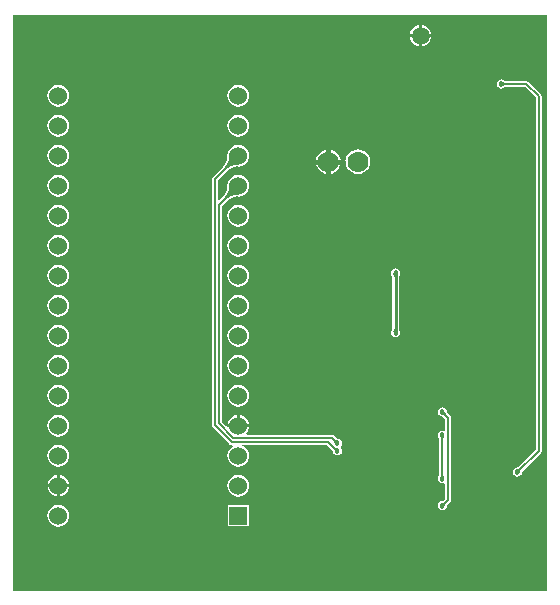
<source format=gbl>
%FSLAX25Y25*%
%MOIN*%
G70*
G01*
G75*
G04 Layer_Physical_Order=2*
G04 Layer_Color=16711680*
%ADD10C,0.00800*%
%ADD11C,0.01000*%
%ADD12R,0.05906X0.01181*%
%ADD13R,0.11811X0.15748*%
%ADD14R,0.02756X0.04921*%
%ADD15R,0.04567X0.05787*%
%ADD16R,0.03858X0.03661*%
%ADD17R,0.03661X0.03858*%
%ADD18R,0.11811X0.05906*%
%ADD19R,0.11811X0.08268*%
%ADD20R,0.06299X0.00787*%
%ADD21C,0.01600*%
%ADD22C,0.06000*%
%ADD23C,0.04000*%
%ADD24C,0.02400*%
%ADD25C,0.01200*%
%ADD26R,0.13106X0.17374*%
%ADD27C,0.05906*%
%ADD28C,0.06000*%
%ADD29R,0.06000X0.06000*%
%ADD30C,0.07000*%
%ADD31C,0.01800*%
G36*
X278987Y111013D02*
X101013D01*
Y302987D01*
X278987D01*
Y111013D01*
D02*
G37*
%LPC*%
G36*
X176000Y179631D02*
X175060Y179507D01*
X174185Y179145D01*
X173432Y178568D01*
X172855Y177815D01*
X172493Y176940D01*
X172369Y176000D01*
X172493Y175060D01*
X172855Y174185D01*
X173432Y173432D01*
X174185Y172855D01*
X175060Y172493D01*
X176000Y172369D01*
X176940Y172493D01*
X177815Y172855D01*
X178568Y173432D01*
X179145Y174185D01*
X179507Y175060D01*
X179631Y176000D01*
X179507Y176940D01*
X179145Y177815D01*
X178568Y178568D01*
X177815Y179145D01*
X176940Y179507D01*
X176000Y179631D01*
D02*
G37*
G36*
X116000Y189631D02*
X115060Y189507D01*
X114184Y189145D01*
X113432Y188568D01*
X112855Y187815D01*
X112493Y186940D01*
X112369Y186000D01*
X112493Y185060D01*
X112855Y184185D01*
X113432Y183432D01*
X114184Y182855D01*
X115060Y182493D01*
X116000Y182369D01*
X116940Y182493D01*
X117815Y182855D01*
X118568Y183432D01*
X119145Y184185D01*
X119507Y185060D01*
X119631Y186000D01*
X119507Y186940D01*
X119145Y187815D01*
X118568Y188568D01*
X117815Y189145D01*
X116940Y189507D01*
X116000Y189631D01*
D02*
G37*
G36*
Y179631D02*
X115060Y179507D01*
X114184Y179145D01*
X113432Y178568D01*
X112855Y177815D01*
X112493Y176940D01*
X112369Y176000D01*
X112493Y175060D01*
X112855Y174185D01*
X113432Y173432D01*
X114184Y172855D01*
X115060Y172493D01*
X116000Y172369D01*
X116940Y172493D01*
X117815Y172855D01*
X118568Y173432D01*
X119145Y174185D01*
X119507Y175060D01*
X119631Y176000D01*
X119507Y176940D01*
X119145Y177815D01*
X118568Y178568D01*
X117815Y179145D01*
X116940Y179507D01*
X116000Y179631D01*
D02*
G37*
G36*
X176500Y169565D02*
Y166500D01*
X179565D01*
X179507Y166940D01*
X179145Y167815D01*
X178568Y168568D01*
X177815Y169145D01*
X176940Y169507D01*
X176500Y169565D01*
D02*
G37*
G36*
X244000Y172129D02*
X243415Y172013D01*
X242919Y171681D01*
X242587Y171185D01*
X242471Y170600D01*
X242587Y170015D01*
X242919Y169519D01*
X243415Y169187D01*
X244000Y169071D01*
Y169066D01*
Y169063D01*
D01*
D01*
D01*
X244110Y169017D01*
X244115Y169010D01*
X244115Y169010D01*
D01*
D01*
D01*
X244115Y169010D01*
D01*
D01*
D01*
D01*
D01*
D01*
D01*
D01*
D01*
X244116Y169009D01*
X244117Y169010D01*
X244148Y169010D01*
X244880Y168278D01*
Y164548D01*
X244494Y164231D01*
X244000Y164329D01*
X243415Y164213D01*
X242919Y163881D01*
X242587Y163385D01*
X242471Y162800D01*
X242587Y162215D01*
X242919Y161719D01*
X242913Y161713D01*
X242935Y161653D01*
X242957Y161593D01*
X242957D01*
X242957Y161593D01*
X242957D01*
Y161593D01*
X242957D01*
X242957D01*
D01*
X242980Y161593D01*
Y149507D01*
X242957D01*
X242959Y149497D01*
X242913Y149387D01*
X242919Y149381D01*
X242587Y148885D01*
X242471Y148300D01*
X242587Y147715D01*
X242919Y147219D01*
X243415Y146887D01*
X244000Y146771D01*
X244494Y146869D01*
X244880Y146552D01*
Y141622D01*
X244149Y140891D01*
X244116Y140891D01*
Y140891D01*
X244058Y140864D01*
X244000Y140837D01*
Y140829D01*
X243415Y140713D01*
X242919Y140381D01*
X242587Y139885D01*
X242471Y139300D01*
X242587Y138715D01*
X242919Y138219D01*
X243415Y137887D01*
X244000Y137771D01*
X244585Y137887D01*
X245081Y138219D01*
X245413Y138715D01*
X245529Y139300D01*
X245537D01*
X245591Y139416D01*
X245591Y139416D01*
Y139416D01*
Y139416D01*
Y139416D01*
X245591Y139416D01*
Y139416D01*
X245591Y139416D01*
D01*
X245574Y139433D01*
X245574Y139433D01*
X246621Y140479D01*
X246842Y140810D01*
X246920Y141200D01*
Y168700D01*
X246842Y169090D01*
X246621Y169421D01*
X246621Y169421D01*
X246621D01*
D01*
X246621Y169421D01*
Y169421D01*
X245574Y170467D01*
X245574Y170467D01*
X245591Y170484D01*
D01*
X245591D01*
Y170484D01*
X245591D01*
D01*
X245591D01*
X245591Y170484D01*
D01*
X245564Y170542D01*
X245537Y170600D01*
X245529D01*
X245413Y171185D01*
X245081Y171681D01*
X244585Y172013D01*
X244000Y172129D01*
D02*
G37*
G36*
X116000Y209631D02*
X115060Y209507D01*
X114184Y209145D01*
X113432Y208568D01*
X112855Y207816D01*
X112493Y206940D01*
X112369Y206000D01*
X112493Y205060D01*
X112855Y204185D01*
X113432Y203432D01*
X114184Y202855D01*
X115060Y202493D01*
X116000Y202369D01*
X116940Y202493D01*
X117815Y202855D01*
X118568Y203432D01*
X119145Y204185D01*
X119507Y205060D01*
X119631Y206000D01*
X119507Y206940D01*
X119145Y207816D01*
X118568Y208568D01*
X117815Y209145D01*
X116940Y209507D01*
X116000Y209631D01*
D02*
G37*
G36*
X176000D02*
X175060Y209507D01*
X174185Y209145D01*
X173432Y208568D01*
X172855Y207816D01*
X172493Y206940D01*
X172369Y206000D01*
X172493Y205060D01*
X172855Y204185D01*
X173432Y203432D01*
X174185Y202855D01*
X175060Y202493D01*
X176000Y202369D01*
X176940Y202493D01*
X177815Y202855D01*
X178568Y203432D01*
X179145Y204185D01*
X179507Y205060D01*
X179631Y206000D01*
X179507Y206940D01*
X179145Y207816D01*
X178568Y208568D01*
X177815Y209145D01*
X176940Y209507D01*
X176000Y209631D01*
D02*
G37*
G36*
Y199631D02*
X175060Y199507D01*
X174185Y199145D01*
X173432Y198568D01*
X172855Y197816D01*
X172493Y196940D01*
X172369Y196000D01*
X172493Y195060D01*
X172855Y194185D01*
X173432Y193432D01*
X174185Y192855D01*
X175060Y192493D01*
X176000Y192369D01*
X176940Y192493D01*
X177815Y192855D01*
X178568Y193432D01*
X179145Y194185D01*
X179507Y195060D01*
X179631Y196000D01*
X179507Y196940D01*
X179145Y197816D01*
X178568Y198568D01*
X177815Y199145D01*
X176940Y199507D01*
X176000Y199631D01*
D02*
G37*
G36*
Y189631D02*
X175060Y189507D01*
X174185Y189145D01*
X173432Y188568D01*
X172855Y187815D01*
X172493Y186940D01*
X172369Y186000D01*
X172493Y185060D01*
X172855Y184185D01*
X173432Y183432D01*
X174185Y182855D01*
X175060Y182493D01*
X176000Y182369D01*
X176940Y182493D01*
X177815Y182855D01*
X178568Y183432D01*
X179145Y184185D01*
X179507Y185060D01*
X179631Y186000D01*
X179507Y186940D01*
X179145Y187815D01*
X178568Y188568D01*
X177815Y189145D01*
X176940Y189507D01*
X176000Y189631D01*
D02*
G37*
G36*
X116000Y199631D02*
X115060Y199507D01*
X114184Y199145D01*
X113432Y198568D01*
X112855Y197816D01*
X112493Y196940D01*
X112369Y196000D01*
X112493Y195060D01*
X112855Y194185D01*
X113432Y193432D01*
X114184Y192855D01*
X115060Y192493D01*
X116000Y192369D01*
X116940Y192493D01*
X117815Y192855D01*
X118568Y193432D01*
X119145Y194185D01*
X119507Y195060D01*
X119631Y196000D01*
X119507Y196940D01*
X119145Y197816D01*
X118568Y198568D01*
X117815Y199145D01*
X116940Y199507D01*
X116000Y199631D01*
D02*
G37*
G36*
X175500Y169565D02*
X175060Y169507D01*
X174185Y169145D01*
X173432Y168568D01*
X172855Y167815D01*
X172493Y166940D01*
X172435Y166500D01*
X175500D01*
Y169565D01*
D02*
G37*
G36*
X115500Y145500D02*
X112435D01*
X112493Y145060D01*
X112855Y144185D01*
X113432Y143432D01*
X114184Y142855D01*
X115060Y142493D01*
X115500Y142435D01*
Y145500D01*
D02*
G37*
G36*
X119565D02*
X116500D01*
Y142435D01*
X116940Y142493D01*
X117815Y142855D01*
X118568Y143432D01*
X119145Y144185D01*
X119507Y145060D01*
X119565Y145500D01*
D02*
G37*
G36*
X176000Y149631D02*
X175060Y149507D01*
X174185Y149145D01*
X173432Y148568D01*
X172855Y147816D01*
X172493Y146940D01*
X172369Y146000D01*
X172493Y145060D01*
X172855Y144185D01*
X173432Y143432D01*
X174185Y142855D01*
X175060Y142493D01*
X176000Y142369D01*
X176940Y142493D01*
X177815Y142855D01*
X178568Y143432D01*
X179145Y144185D01*
X179507Y145060D01*
X179631Y146000D01*
X179507Y146940D01*
X179145Y147816D01*
X178568Y148568D01*
X177815Y149145D01*
X176940Y149507D01*
X176000Y149631D01*
D02*
G37*
G36*
X116000Y139631D02*
X115060Y139507D01*
X114184Y139145D01*
X113432Y138568D01*
X112855Y137815D01*
X112493Y136940D01*
X112369Y136000D01*
X112493Y135060D01*
X112855Y134185D01*
X113432Y133432D01*
X114184Y132855D01*
X115060Y132493D01*
X116000Y132369D01*
X116940Y132493D01*
X117815Y132855D01*
X118568Y133432D01*
X119145Y134185D01*
X119507Y135060D01*
X119631Y136000D01*
X119507Y136940D01*
X119145Y137815D01*
X118568Y138568D01*
X117815Y139145D01*
X116940Y139507D01*
X116000Y139631D01*
D02*
G37*
G36*
X179600Y139600D02*
X172400D01*
Y132400D01*
X179600D01*
Y139600D01*
D02*
G37*
G36*
X263700Y281429D02*
X263115Y281313D01*
X262619Y280981D01*
X262287Y280485D01*
X262171Y279900D01*
X262287Y279315D01*
X262619Y278819D01*
X263115Y278487D01*
X263700Y278371D01*
X264285Y278487D01*
X264781Y278819D01*
Y278818D01*
X264781Y278819D01*
X264787Y278813D01*
X264907Y278857D01*
Y278857D01*
X264907Y278857D01*
Y278857D01*
X264907Y278857D01*
X264907D01*
X264907Y278857D01*
X264907Y278857D01*
Y278857D01*
Y278857D01*
X264907Y278857D01*
Y278880D01*
X271578D01*
X275080Y275378D01*
Y158022D01*
X269149Y152091D01*
X269116Y152091D01*
Y152091D01*
X269058Y152064D01*
X269000Y152037D01*
Y152029D01*
X268415Y151913D01*
X267919Y151581D01*
X267587Y151085D01*
X267471Y150500D01*
X267587Y149915D01*
X267919Y149419D01*
X268415Y149087D01*
X269000Y148971D01*
X269585Y149087D01*
X270081Y149419D01*
X270413Y149915D01*
X270529Y150500D01*
X270537D01*
X270591Y150616D01*
X270591Y150616D01*
Y150616D01*
Y150616D01*
Y150616D01*
X270591Y150616D01*
Y150616D01*
X270591Y150616D01*
D01*
X270574Y150633D01*
X270574Y150633D01*
X276821Y156879D01*
X277042Y157210D01*
X277120Y157600D01*
D01*
D01*
D01*
D01*
D01*
X277120D01*
D01*
D01*
D01*
D01*
Y157600D01*
X277120D01*
D01*
Y157600D01*
D01*
D01*
D01*
D01*
D01*
D01*
D01*
D01*
D01*
D01*
D01*
D01*
Y157600D01*
D01*
X277120D01*
D01*
D01*
D01*
D01*
X277120Y157600D01*
Y275800D01*
X277042Y276190D01*
X276821Y276521D01*
X276821Y276521D01*
X276821D01*
D01*
X276821Y276521D01*
Y276521D01*
X272721Y280621D01*
X272390Y280842D01*
X272000Y280920D01*
X264925D01*
X264907Y280937D01*
X264907Y280937D01*
D01*
D01*
D01*
X264907Y280940D01*
X264907Y280943D01*
Y280943D01*
Y280943D01*
Y280943D01*
X264907D01*
D01*
D01*
X264906Y280943D01*
X264906D01*
D01*
X264906Y280943D01*
X264897Y280941D01*
X264787Y280987D01*
D01*
D01*
D01*
X264785Y280985D01*
X264781Y280981D01*
X264285Y281313D01*
X263700Y281429D01*
D02*
G37*
G36*
X116000Y169631D02*
X115060Y169507D01*
X114184Y169145D01*
X113432Y168568D01*
X112855Y167815D01*
X112493Y166940D01*
X112369Y166000D01*
X112493Y165060D01*
X112855Y164184D01*
X113432Y163432D01*
X114184Y162855D01*
X115060Y162493D01*
X116000Y162369D01*
X116940Y162493D01*
X117815Y162855D01*
X118568Y163432D01*
X119145Y164184D01*
X119507Y165060D01*
X119631Y166000D01*
X119507Y166940D01*
X119145Y167815D01*
X118568Y168568D01*
X117815Y169145D01*
X116940Y169507D01*
X116000Y169631D01*
D02*
G37*
G36*
Y159631D02*
X115060Y159507D01*
X114184Y159145D01*
X113432Y158568D01*
X112855Y157816D01*
X112493Y156940D01*
X112369Y156000D01*
X112493Y155060D01*
X112855Y154184D01*
X113432Y153432D01*
X114184Y152855D01*
X115060Y152493D01*
X116000Y152369D01*
X116940Y152493D01*
X117815Y152855D01*
X118568Y153432D01*
X119145Y154184D01*
X119507Y155060D01*
X119631Y156000D01*
X119507Y156940D01*
X119145Y157816D01*
X118568Y158568D01*
X117815Y159145D01*
X116940Y159507D01*
X116000Y159631D01*
D02*
G37*
G36*
X115500Y149565D02*
X115060Y149507D01*
X114184Y149145D01*
X113432Y148568D01*
X112855Y147816D01*
X112493Y146940D01*
X112435Y146500D01*
X115500D01*
Y149565D01*
D02*
G37*
G36*
X116500D02*
Y146500D01*
X119565D01*
X119507Y146940D01*
X119145Y147816D01*
X118568Y148568D01*
X117815Y149145D01*
X116940Y149507D01*
X116500Y149565D01*
D02*
G37*
G36*
X116000Y219631D02*
X115060Y219507D01*
X114184Y219145D01*
X113432Y218567D01*
X112855Y217815D01*
X112493Y216940D01*
X112369Y216000D01*
X112493Y215060D01*
X112855Y214184D01*
X113432Y213433D01*
X114184Y212855D01*
X115060Y212493D01*
X116000Y212369D01*
X116940Y212493D01*
X117815Y212855D01*
X118568Y213433D01*
X119145Y214184D01*
X119507Y215060D01*
X119631Y216000D01*
X119507Y216940D01*
X119145Y217815D01*
X118568Y218567D01*
X117815Y219145D01*
X116940Y219507D01*
X116000Y219631D01*
D02*
G37*
G36*
Y269631D02*
X115060Y269507D01*
X114184Y269145D01*
X113432Y268567D01*
X112855Y267815D01*
X112493Y266940D01*
X112369Y266000D01*
X112493Y265060D01*
X112855Y264184D01*
X113432Y263433D01*
X114184Y262855D01*
X115060Y262493D01*
X116000Y262369D01*
X116940Y262493D01*
X117815Y262855D01*
X118568Y263433D01*
X119145Y264184D01*
X119507Y265060D01*
X119631Y266000D01*
X119507Y266940D01*
X119145Y267815D01*
X118568Y268567D01*
X117815Y269145D01*
X116940Y269507D01*
X116000Y269631D01*
D02*
G37*
G36*
X176000D02*
X175060Y269507D01*
X174185Y269145D01*
X173432Y268567D01*
X172855Y267815D01*
X172493Y266940D01*
X172369Y266000D01*
X172493Y265060D01*
X172855Y264184D01*
X173432Y263433D01*
X174185Y262855D01*
X175060Y262493D01*
X176000Y262369D01*
X176940Y262493D01*
X177815Y262855D01*
X178568Y263433D01*
X179145Y264184D01*
X179507Y265060D01*
X179631Y266000D01*
X179507Y266940D01*
X179145Y267815D01*
X178568Y268567D01*
X177815Y269145D01*
X176940Y269507D01*
X176000Y269631D01*
D02*
G37*
G36*
X206500Y258069D02*
Y254500D01*
X210069D01*
X209995Y255070D01*
X209581Y256068D01*
X208924Y256924D01*
X208068Y257581D01*
X207070Y257995D01*
X206500Y258069D01*
D02*
G37*
G36*
X176000Y259631D02*
X175060Y259507D01*
X174185Y259145D01*
X173432Y258568D01*
X172855Y257816D01*
X172493Y256940D01*
X172369Y256000D01*
X172382Y255901D01*
X172215Y254636D01*
X171689Y253364D01*
X170932Y252378D01*
X170829Y252293D01*
X170841Y252283D01*
X167479Y248921D01*
X167258Y248590D01*
X167180Y248200D01*
Y166163D01*
X167180Y166163D01*
X167180D01*
X167258Y165773D01*
X167479Y165442D01*
X173042Y159879D01*
X173373Y159658D01*
X173763Y159580D01*
X173975D01*
X174135Y159107D01*
X173432Y158568D01*
X172855Y157816D01*
X172493Y156940D01*
X172369Y156000D01*
X172493Y155060D01*
X172855Y154184D01*
X173432Y153432D01*
X174185Y152855D01*
X175060Y152493D01*
X176000Y152369D01*
X176940Y152493D01*
X177815Y152855D01*
X178568Y153432D01*
X179145Y154184D01*
X179507Y155060D01*
X179631Y156000D01*
X179507Y156940D01*
X179145Y157816D01*
X178568Y158568D01*
X177815Y159145D01*
X176999Y159483D01*
Y159483D01*
X176999D01*
D01*
D01*
X176999D01*
X176940Y159507D01*
Y159507D01*
X176945Y159580D01*
X205391D01*
X207106Y157865D01*
X207104Y157862D01*
X207124Y157847D01*
X207495Y157476D01*
X207587Y157015D01*
X207919Y156519D01*
X208415Y156187D01*
X209000Y156071D01*
X209585Y156187D01*
X210081Y156519D01*
X210413Y157015D01*
X210529Y157600D01*
X210413Y158185D01*
X210081Y158681D01*
Y159019D01*
X210413Y159515D01*
X210529Y160100D01*
X210413Y160685D01*
X210081Y161181D01*
X209585Y161513D01*
X209000Y161629D01*
Y161637D01*
X208942Y161664D01*
X208884Y161691D01*
Y161691D01*
X208851Y161691D01*
X207821Y162721D01*
X207490Y162942D01*
X207100Y163020D01*
X178816D01*
X178595Y163468D01*
X179145Y164184D01*
X179507Y165060D01*
X179565Y165500D01*
X172435D01*
X172369Y166000D01*
X172375Y166044D01*
X171901Y165884D01*
X170620Y167166D01*
Y239178D01*
X172283Y240841D01*
X172293Y240829D01*
X172378Y240932D01*
X173364Y241689D01*
X174636Y242215D01*
X175901Y242382D01*
X176000Y242369D01*
X176940Y242493D01*
X177815Y242855D01*
X178568Y243432D01*
X179145Y244184D01*
X179507Y245060D01*
X179631Y246000D01*
X179507Y246940D01*
X179145Y247815D01*
X178568Y248568D01*
X177815Y249145D01*
X176940Y249507D01*
X176000Y249631D01*
X175060Y249507D01*
X174185Y249145D01*
X173432Y248568D01*
X172855Y247815D01*
X172493Y246940D01*
X172369Y246000D01*
X172382Y245901D01*
X172215Y244636D01*
X171689Y243364D01*
X170932Y242377D01*
X170829Y242294D01*
X170841Y242283D01*
X169682Y241124D01*
X169220Y241315D01*
Y247778D01*
X172283Y250841D01*
X172293Y250830D01*
X172378Y250932D01*
X173364Y251689D01*
X174636Y252216D01*
X175901Y252382D01*
X176000Y252369D01*
X176940Y252493D01*
X177815Y252855D01*
X178568Y253432D01*
X179145Y254185D01*
X179507Y255060D01*
X179631Y256000D01*
X179507Y256940D01*
X179145Y257816D01*
X178568Y258568D01*
X177815Y259145D01*
X176940Y259507D01*
X176000Y259631D01*
D02*
G37*
G36*
X205500Y258069D02*
X204930Y257995D01*
X203932Y257581D01*
X203076Y256924D01*
X202419Y256068D01*
X202006Y255070D01*
X201930Y254500D01*
X205500D01*
Y258069D01*
D02*
G37*
G36*
X116000Y279631D02*
X115060Y279507D01*
X114184Y279145D01*
X113432Y278568D01*
X112855Y277816D01*
X112493Y276940D01*
X112369Y276000D01*
X112493Y275060D01*
X112855Y274184D01*
X113432Y273432D01*
X114184Y272855D01*
X115060Y272493D01*
X116000Y272369D01*
X116940Y272493D01*
X117815Y272855D01*
X118568Y273432D01*
X119145Y274184D01*
X119507Y275060D01*
X119631Y276000D01*
X119507Y276940D01*
X119145Y277816D01*
X118568Y278568D01*
X117815Y279145D01*
X116940Y279507D01*
X116000Y279631D01*
D02*
G37*
G36*
X236300Y299518D02*
X235873Y299461D01*
X235008Y299103D01*
X234266Y298534D01*
X233697Y297792D01*
X233339Y296927D01*
X233282Y296500D01*
X236300D01*
Y299518D01*
D02*
G37*
G36*
X237300D02*
Y296500D01*
X240318D01*
X240261Y296927D01*
X239903Y297792D01*
X239334Y298534D01*
X238592Y299103D01*
X237727Y299461D01*
X237300Y299518D01*
D02*
G37*
G36*
X240318Y295500D02*
X237300D01*
Y292482D01*
X237727Y292539D01*
X238592Y292897D01*
X239334Y293466D01*
X239903Y294208D01*
X240261Y295073D01*
X240318Y295500D01*
D02*
G37*
G36*
X176000Y279631D02*
X175060Y279507D01*
X174185Y279145D01*
X173432Y278568D01*
X172855Y277816D01*
X172493Y276940D01*
X172369Y276000D01*
X172493Y275060D01*
X172855Y274184D01*
X173432Y273432D01*
X174185Y272855D01*
X175060Y272493D01*
X176000Y272369D01*
X176940Y272493D01*
X177815Y272855D01*
X178568Y273432D01*
X179145Y274184D01*
X179507Y275060D01*
X179631Y276000D01*
X179507Y276940D01*
X179145Y277816D01*
X178568Y278568D01*
X177815Y279145D01*
X176940Y279507D01*
X176000Y279631D01*
D02*
G37*
G36*
X236300Y295500D02*
X233282D01*
X233339Y295073D01*
X233697Y294208D01*
X234266Y293466D01*
X235008Y292897D01*
X235873Y292539D01*
X236300Y292482D01*
Y295500D01*
D02*
G37*
G36*
X176000Y229631D02*
X175060Y229507D01*
X174185Y229145D01*
X173432Y228568D01*
X172855Y227816D01*
X172493Y226940D01*
X172369Y226000D01*
X172493Y225060D01*
X172855Y224184D01*
X173432Y223432D01*
X174185Y222855D01*
X175060Y222493D01*
X176000Y222369D01*
X176940Y222493D01*
X177815Y222855D01*
X178568Y223432D01*
X179145Y224184D01*
X179507Y225060D01*
X179631Y226000D01*
X179507Y226940D01*
X179145Y227816D01*
X178568Y228568D01*
X177815Y229145D01*
X176940Y229507D01*
X176000Y229631D01*
D02*
G37*
G36*
X116000Y239631D02*
X115060Y239507D01*
X114184Y239145D01*
X113432Y238567D01*
X112855Y237815D01*
X112493Y236940D01*
X112369Y236000D01*
X112493Y235060D01*
X112855Y234185D01*
X113432Y233433D01*
X114184Y232855D01*
X115060Y232493D01*
X116000Y232369D01*
X116940Y232493D01*
X117815Y232855D01*
X118568Y233433D01*
X119145Y234185D01*
X119507Y235060D01*
X119631Y236000D01*
X119507Y236940D01*
X119145Y237815D01*
X118568Y238567D01*
X117815Y239145D01*
X116940Y239507D01*
X116000Y239631D01*
D02*
G37*
G36*
Y229631D02*
X115060Y229507D01*
X114184Y229145D01*
X113432Y228568D01*
X112855Y227816D01*
X112493Y226940D01*
X112369Y226000D01*
X112493Y225060D01*
X112855Y224184D01*
X113432Y223432D01*
X114184Y222855D01*
X115060Y222493D01*
X116000Y222369D01*
X116940Y222493D01*
X117815Y222855D01*
X118568Y223432D01*
X119145Y224184D01*
X119507Y225060D01*
X119631Y226000D01*
X119507Y226940D01*
X119145Y227816D01*
X118568Y228568D01*
X117815Y229145D01*
X116940Y229507D01*
X116000Y229631D01*
D02*
G37*
G36*
X176000Y219631D02*
X175060Y219507D01*
X174185Y219145D01*
X173432Y218567D01*
X172855Y217815D01*
X172493Y216940D01*
X172369Y216000D01*
X172493Y215060D01*
X172855Y214184D01*
X173432Y213433D01*
X174185Y212855D01*
X175060Y212493D01*
X176000Y212369D01*
X176940Y212493D01*
X177815Y212855D01*
X178568Y213433D01*
X179145Y214184D01*
X179507Y215060D01*
X179631Y216000D01*
X179507Y216940D01*
X179145Y217815D01*
X178568Y218567D01*
X177815Y219145D01*
X176940Y219507D01*
X176000Y219631D01*
D02*
G37*
G36*
X228400Y218429D02*
X227815Y218313D01*
X227319Y217981D01*
X226987Y217485D01*
X226871Y216900D01*
X226987Y216315D01*
X227238Y215940D01*
X227235Y215934D01*
X227235D01*
X227278Y215829D01*
Y198103D01*
X227235Y197997D01*
X227235D01*
X227238Y197992D01*
X226987Y197617D01*
X226871Y197031D01*
X226987Y196446D01*
X227319Y195950D01*
X227815Y195618D01*
X228400Y195502D01*
X228985Y195618D01*
X229481Y195950D01*
X229813Y196446D01*
X229929Y197031D01*
X229813Y197617D01*
X229562Y197992D01*
X229565Y197997D01*
X229565D01*
X229521Y198103D01*
Y215829D01*
X229565Y215934D01*
X229565D01*
X229562Y215940D01*
X229813Y216315D01*
X229929Y216900D01*
X229813Y217485D01*
X229481Y217981D01*
X228985Y218313D01*
X228400Y218429D01*
D02*
G37*
G36*
X176000Y239631D02*
X175060Y239507D01*
X174185Y239145D01*
X173432Y238567D01*
X172855Y237815D01*
X172493Y236940D01*
X172369Y236000D01*
X172493Y235060D01*
X172855Y234185D01*
X173432Y233433D01*
X174185Y232855D01*
X175060Y232493D01*
X176000Y232369D01*
X176940Y232493D01*
X177815Y232855D01*
X178568Y233433D01*
X179145Y234185D01*
X179507Y235060D01*
X179631Y236000D01*
X179507Y236940D01*
X179145Y237815D01*
X178568Y238567D01*
X177815Y239145D01*
X176940Y239507D01*
X176000Y239631D01*
D02*
G37*
G36*
X210069Y253500D02*
X206500D01*
Y249931D01*
X207070Y250006D01*
X208068Y250419D01*
X208924Y251076D01*
X209581Y251932D01*
X209995Y252930D01*
X210069Y253500D01*
D02*
G37*
G36*
X116000Y259631D02*
X115060Y259507D01*
X114184Y259145D01*
X113432Y258568D01*
X112855Y257816D01*
X112493Y256940D01*
X112369Y256000D01*
X112493Y255060D01*
X112855Y254185D01*
X113432Y253432D01*
X114184Y252855D01*
X115060Y252493D01*
X116000Y252369D01*
X116940Y252493D01*
X117815Y252855D01*
X118568Y253432D01*
X119145Y254185D01*
X119507Y255060D01*
X119631Y256000D01*
X119507Y256940D01*
X119145Y257816D01*
X118568Y258568D01*
X117815Y259145D01*
X116940Y259507D01*
X116000Y259631D01*
D02*
G37*
G36*
X205500Y253500D02*
X201930D01*
X202006Y252930D01*
X202419Y251932D01*
X203076Y251076D01*
X203932Y250419D01*
X204930Y250006D01*
X205500Y249931D01*
Y253500D01*
D02*
G37*
G36*
X116000Y249631D02*
X115060Y249507D01*
X114184Y249145D01*
X113432Y248568D01*
X112855Y247815D01*
X112493Y246940D01*
X112369Y246000D01*
X112493Y245060D01*
X112855Y244184D01*
X113432Y243432D01*
X114184Y242855D01*
X115060Y242493D01*
X116000Y242369D01*
X116940Y242493D01*
X117815Y242855D01*
X118568Y243432D01*
X119145Y244184D01*
X119507Y245060D01*
X119631Y246000D01*
X119507Y246940D01*
X119145Y247815D01*
X118568Y248568D01*
X117815Y249145D01*
X116940Y249507D01*
X116000Y249631D01*
D02*
G37*
G36*
X215843Y258135D02*
X214772Y257995D01*
X213775Y257581D01*
X212918Y256924D01*
X212261Y256068D01*
X211848Y255070D01*
X211707Y254000D01*
X211848Y252930D01*
X212261Y251932D01*
X212918Y251076D01*
X213775Y250419D01*
X214772Y250006D01*
X215843Y249865D01*
X216913Y250006D01*
X217910Y250419D01*
X218767Y251076D01*
X219424Y251932D01*
X219837Y252930D01*
X219978Y254000D01*
X219837Y255070D01*
X219424Y256068D01*
X218767Y256924D01*
X217910Y257581D01*
X216913Y257995D01*
X215843Y258135D01*
D02*
G37*
%LPD*%
D10*
X207827Y158586D02*
G03*
X209000Y158100I1173J1173D01*
G01*
X208500Y160100D02*
G03*
X208147Y160954I-1207J0D01*
G01*
X208146Y160953D02*
G03*
X209000Y160600I854J854D01*
G01*
X244000Y139800D02*
G03*
X244854Y140154I0J1207D01*
G01*
X244853Y140154D02*
G03*
X244500Y139300I854J-854D01*
G01*
X243647Y148653D02*
G03*
X244000Y149507I-854J854D01*
G01*
D02*
G03*
X244354Y148653I1207J0D01*
G01*
Y162446D02*
G03*
X244000Y161593I854J-854D01*
G01*
D02*
G03*
X243647Y162446I-1207J0D01*
G01*
X244500Y170600D02*
G03*
X244853Y169746I1207J0D01*
G01*
X244854Y169746D02*
G03*
X244000Y170100I-854J-854D01*
G01*
X269000Y151000D02*
G03*
X269854Y151354I0J1207D01*
G01*
X269853Y151354D02*
G03*
X269500Y150500I854J-854D01*
G01*
X264054Y280254D02*
G03*
X264907Y279900I854J854D01*
G01*
D02*
G03*
X264054Y279546I0J-1207D01*
G01*
X176000Y244200D02*
G03*
X172927Y242927I0J-4346D01*
G01*
X176000Y243400D02*
G03*
X171562Y241562I0J-6277D01*
G01*
X172927Y242927D02*
G03*
X174200Y246000I-3073J3073D01*
G01*
X171562Y241562D02*
G03*
X173400Y246000I-4439J4439D01*
G01*
X176000Y254200D02*
G03*
X172927Y252927I0J-4346D01*
G01*
X176000Y253400D02*
G03*
X171562Y251561I0J-6277D01*
G01*
X172927Y252927D02*
G03*
X174200Y256000I-3073J3073D01*
G01*
X171562Y251561D02*
G03*
X173400Y256000I-4439J4439D01*
G01*
X272000Y279900D02*
X276100Y275800D01*
Y157600D02*
Y275800D01*
X263700Y279900D02*
X272000D01*
X269000Y150500D02*
X276100Y157600D01*
X244000Y170600D02*
X245900Y168700D01*
X244000Y148300D02*
Y162800D01*
X245900Y141200D02*
Y168700D01*
X244000Y139300D02*
X245900Y141200D01*
X174343Y162000D02*
X207100D01*
X209000Y160100D01*
X169600Y166743D02*
X174343Y162000D01*
X173763Y160600D02*
X205813D01*
X208813Y157600D02*
X209000D01*
X205813Y160600D02*
X208813Y157600D01*
X168200Y166163D02*
X173763Y160600D01*
X168200Y248200D02*
X176000Y256000D01*
X168200Y166163D02*
Y248200D01*
X169600Y166743D02*
Y239600D01*
X176000Y246000D01*
D11*
X228117Y197314D02*
G03*
X228400Y197997I-683J683D01*
G01*
D02*
G03*
X228683Y197314I966J0D01*
G01*
Y216617D02*
G03*
X228400Y215934I683J-683D01*
G01*
D02*
G03*
X228117Y216617I-966J0D01*
G01*
X228400Y197031D02*
Y216900D01*
D21*
X206000Y254000D02*
X210943D01*
X206000Y248800D02*
Y254000D01*
X201200D02*
X206000D01*
Y259100D01*
D27*
X236800Y296000D02*
D03*
D28*
X176000Y256000D02*
D03*
Y246000D02*
D03*
Y236000D02*
D03*
Y226000D02*
D03*
Y216000D02*
D03*
Y206000D02*
D03*
Y196000D02*
D03*
Y186000D02*
D03*
Y176000D02*
D03*
Y166000D02*
D03*
Y156000D02*
D03*
Y146000D02*
D03*
X116000Y136000D02*
D03*
X176000Y266000D02*
D03*
Y276000D02*
D03*
X116000Y146000D02*
D03*
Y156000D02*
D03*
Y166000D02*
D03*
Y176000D02*
D03*
Y186000D02*
D03*
Y196000D02*
D03*
Y206000D02*
D03*
Y216000D02*
D03*
Y226000D02*
D03*
Y256000D02*
D03*
Y236000D02*
D03*
Y246000D02*
D03*
Y266000D02*
D03*
Y276000D02*
D03*
D29*
X176000Y136000D02*
D03*
D30*
X215843Y254000D02*
D03*
X206000D02*
D03*
D31*
X116000Y120000D02*
D03*
X190000Y150000D02*
D03*
Y180000D02*
D03*
X198000Y212000D02*
D03*
X260000Y186000D02*
D03*
Y190000D02*
D03*
Y194000D02*
D03*
Y198000D02*
D03*
X266000Y186000D02*
D03*
Y190000D02*
D03*
Y194000D02*
D03*
Y198000D02*
D03*
Y202000D02*
D03*
X260000D02*
D03*
X210000Y204000D02*
D03*
X222000D02*
D03*
X238000Y202000D02*
D03*
X244000Y200000D02*
D03*
X238000Y188000D02*
D03*
X230000D02*
D03*
X246000D02*
D03*
X244000Y180000D02*
D03*
X238000Y216000D02*
D03*
X264000Y218000D02*
D03*
X270000Y264000D02*
D03*
X238000D02*
D03*
X240000Y232000D02*
D03*
X218000Y236000D02*
D03*
X200000D02*
D03*
X194000Y250000D02*
D03*
Y268000D02*
D03*
X208000Y274000D02*
D03*
X218000Y287900D02*
D03*
X192000Y288000D02*
D03*
X146000D02*
D03*
X242000Y118000D02*
D03*
X144000Y138000D02*
D03*
Y166000D02*
D03*
Y194000D02*
D03*
Y220000D02*
D03*
Y254000D02*
D03*
X160000Y270000D02*
D03*
X136000D02*
D03*
X263700Y279900D02*
D03*
X269000Y150500D02*
D03*
X228400Y216900D02*
D03*
Y197031D02*
D03*
X244000Y170600D02*
D03*
Y162800D02*
D03*
Y148300D02*
D03*
Y139300D02*
D03*
X209000Y160100D02*
D03*
Y157600D02*
D03*
X188000Y202000D02*
D03*
X210000Y180000D02*
D03*
X222000Y172000D02*
D03*
X226000D02*
D03*
X230000D02*
D03*
X222000Y166000D02*
D03*
X225800Y166100D02*
D03*
X230000Y166000D02*
D03*
X222000Y160000D02*
D03*
X226000D02*
D03*
X230000D02*
D03*
X206000Y148000D02*
D03*
X218000Y134000D02*
D03*
X250000Y132000D02*
D03*
X211400Y193500D02*
D03*
X265900Y171500D02*
D03*
M02*

</source>
